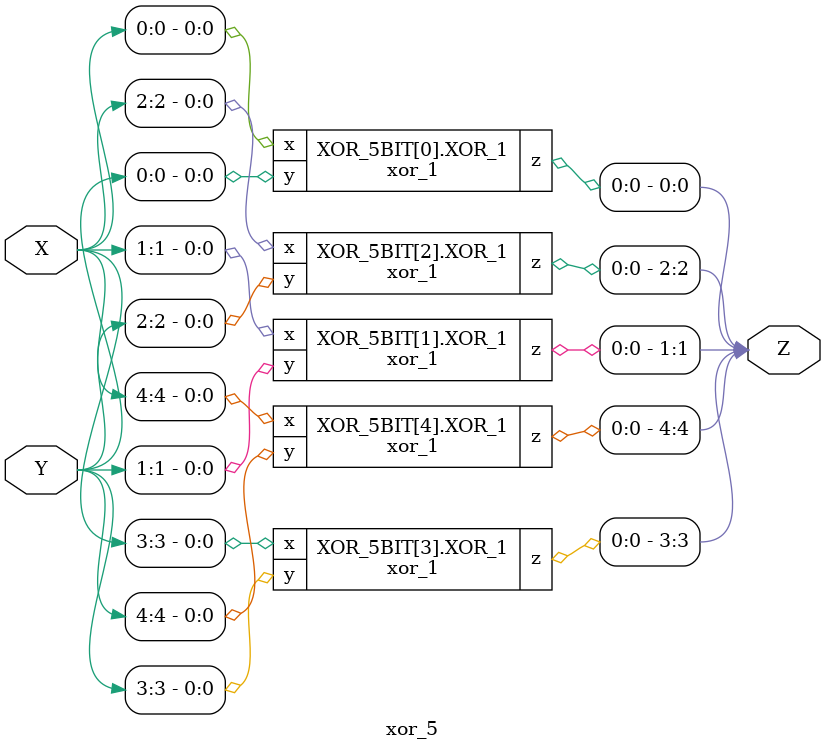
<source format=v>
module xor_1(x, y, z);
    input x, y;
    output z;

    assign z = x ^ y;
endmodule // xor

module xor_32(X, Y, Z);
    parameter WIDTH = 32;
    input [0:(WIDTH-1)] X, Y;
    output [0:(WIDTH-1)] Z;
    
    genvar i;
    generate
        for (i=0;i<WIDTH;i=i+1) begin: XOR_32BIT
            //each bit of the output is just the 
            //result of an and on that bit of the two inputs
            xor_1 XOR_1 (
                .x(X[i]),
                .y(Y[i]),
                .z(Z[i]));
        end
    endgenerate

endmodule

module xor_5(X, Y, Z);
    parameter WIDTH = 5;
    input [0:(WIDTH-1)] X, Y;
    output [0:(WIDTH-1)] Z;
    
    genvar i;
    generate
        for (i=0;i<WIDTH;i=i+1) begin: XOR_5BIT
            //each bit of the output is just the 
            //result of an and on that bit of the two inputs
            xor_1 XOR_1 (
                .x(X[i]),
                .y(Y[i]),
                .z(Z[i]));
        end
    endgenerate

endmodule
</source>
